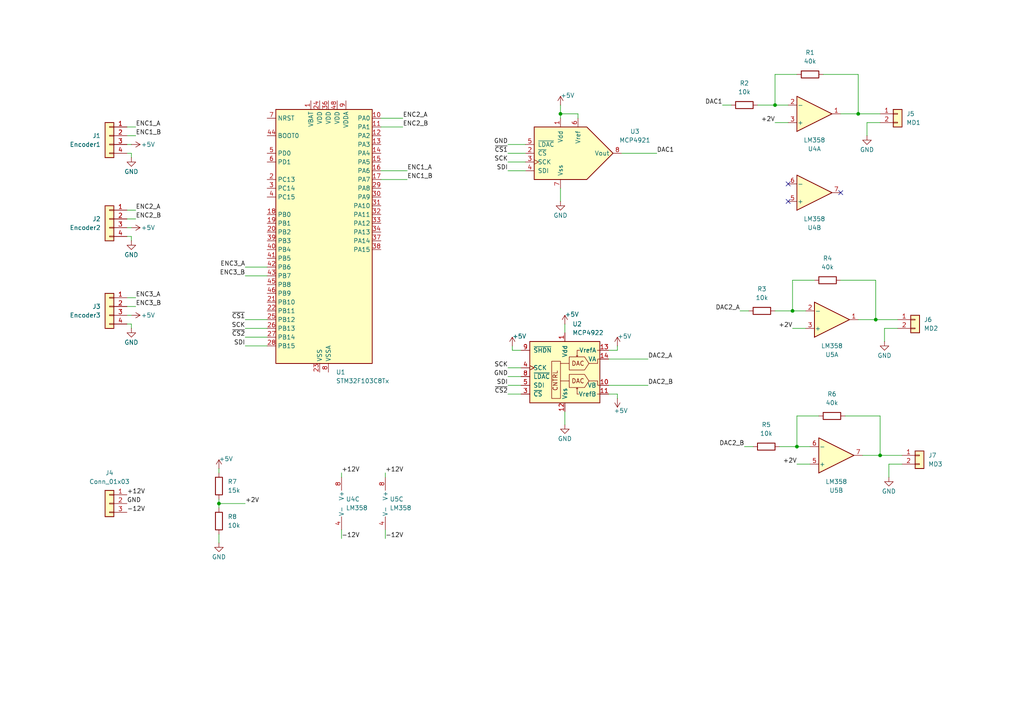
<source format=kicad_sch>
(kicad_sch (version 20231120) (generator "eeschema") (generator_version "8.0")
  (paper "A4")
  (title_block (title "Roman3D: Data Acquisation Card"))
  (lib_symbols
    (symbol "Amplifier_Operational:LM358" (pin_names (offset 0.127))
      (property "Reference" "U" (at 0 5.08 0))
      (property "Value" "LM358" (at 0 -5.08 0))
      (symbol "LM358_1_1"
        (polyline (pts (xy -5.08 5.08) (xy 5.08 0) (xy -5.08 -5.08) (xy -5.08 5.08)) (stroke (width 0.254)) (fill (type background)))
        (pin output line (at 7.62 0 180) (length 2.54) (name "~") (number "1"))
        (pin input line (at -7.62 -2.54 0) (length 2.54) (name "-") (number "2"))
        (pin input line (at -7.62 2.54 0) (length 2.54) (name "+") (number "3"))
      )
      (symbol "LM358_2_1"
        (polyline (pts (xy -5.08 5.08) (xy 5.08 0) (xy -5.08 -5.08) (xy -5.08 5.08)) (stroke (width 0.254)) (fill (type background)))
        (pin input line (at -7.62 2.54 0) (length 2.54) (name "+") (number "5"))
        (pin input line (at -7.62 -2.54 0) (length 2.54) (name "-") (number "6"))
        (pin output line (at 7.62 0 180) (length 2.54) (name "~") (number "7"))
      )
      (symbol "LM358_3_1"
        (pin power_in line (at -2.54 -7.62 90) (length 3.81) (name "V-") (number "4"))
        (pin power_in line (at -2.54 7.62 270) (length 3.81) (name "V+") (number "8"))
      )
    )
    (symbol "Analog_DAC:MCP4921" (pin_names (offset 1.016))
      (property "Reference" "U" (at 6.35 10.795 0))
      (property "Value" "MCP4921" (at 6.35 8.89 0))
      (symbol "MCP4921_0_0"
        (polyline (pts (xy 15.24 0) (xy 7.62 7.62) (xy -7.62 7.62) (xy -7.62 -7.62) (xy 7.62 -7.62) (xy 15.24 0)) (stroke (width 0.254)) (fill (type background)))
      )
      (symbol "MCP4921_1_1"
        (pin power_in line (at 0 10.16 270) (length 2.54) (name "Vdd") (number "1"))
        (pin input line (at -10.16 0 0) (length 2.54) (name "~{CS}") (number "2"))
        (pin input clock (at -10.16 -2.54 0) (length 2.54) (name "SCK") (number "3"))
        (pin input line (at -10.16 -5.08 0) (length 2.54) (name "SDI") (number "4"))
        (pin input line (at -10.16 2.54 0) (length 2.54) (name "~{LDAC}") (number "5"))
        (pin power_in line (at 5.08 10.16 270) (length 2.54) (name "Vref") (number "6"))
        (pin power_in line (at 0 -10.16 90) (length 2.54) (name "Vss") (number "7"))
        (pin output line (at 17.78 0 180) (length 2.54) (name "Vout") (number "8"))
      )
    )
    (symbol "Analog_DAC:MCP4922" (pin_names (offset 1.016))
      (property "Reference" "U" (at -1.905 10.795 0))
      (property "Value" "MCP4922" (at -1.905 8.89 0))
      (symbol "MCP4922_0_0"
        (polyline (pts (xy 3.556 -5.842) (xy 3.302 -6.096)))
        (polyline (pts (xy 3.556 -5.842) (xy 3.81 -6.096)))
        (polyline (pts (xy 3.556 3.302) (xy 3.302 3.556)))
        (polyline (pts (xy 3.556 3.302) (xy 3.81 3.556)))
        (polyline (pts (xy 10.16 -7.62) (xy 9.398 -7.62)))
        (polyline (pts (xy 10.16 5.08) (xy 9.398 5.08)))
        (polyline (pts (xy 4.064 -7.62) (xy 3.556 -7.62) (xy 3.556 -5.842)))
        (polyline (pts (xy 4.318 5.08) (xy 3.556 5.08) (xy 3.556 3.302)))
        (polyline (pts (xy 6.985 -3.81) (xy 9.525 -3.81) (xy 9.525 -5.08) (xy 10.16 -5.08)))
        (polyline (pts (xy 6.985 1.27) (xy 9.525 1.27) (xy 9.525 2.54) (xy 10.16 2.54)))
        (text "CNTRL" (at -2.032 -6.731 900) (effects (font (size 1.27 1.27)) (justify left bottom)))
        (text "DAC" (at 3.81 -3.81 0) (effects (font (size 1.27 1.27))))
        (text "DAC" (at 3.81 1.27 0) (effects (font (size 1.27 1.27))))
      )
      (symbol "MCP4922_0_1"
        (rectangle (start -10.16 7.62) (end 10.16 -10.16) (stroke (width 0.254)) (fill (type background)))
        (rectangle (start -1.27 -8.89) (end -3.81 1.905))
        (polyline (pts (xy 1.27 -3.81) (xy -1.27 -3.81)))
        (polyline (pts (xy 1.27 1.27) (xy -1.27 1.27)))
        (polyline (pts (xy 6.985 -3.81) (xy 5.715 -1.905) (xy 1.27 -1.905) (xy 1.27 -5.715) (xy 5.715 -5.715) (xy 6.985 -3.81)))
        (polyline (pts (xy 6.985 1.27) (xy 5.715 3.175) (xy 1.27 3.175) (xy 1.27 -0.635) (xy 5.715 -0.635) (xy 6.985 1.27)))
      )
      (symbol "MCP4922_1_1"
        (pin power_in line (at 0 10.16 270) (length 2.54) (name "Vdd") (number "1"))
        (pin output line (at 12.7 -5.08 180) (length 2.54) (name "VB") (number "10"))
        (pin input line (at 12.7 -7.62 180) (length 2.54) (name "VrefB") (number "11"))
        (pin power_in line (at 0 -12.7 90) (length 2.54) (name "Vss") (number "12"))
        (pin input line (at 12.7 5.08 180) (length 2.54) (name "VrefA") (number "13"))
        (pin output line (at 12.7 2.54 180) (length 2.54) (name "VA") (number "14"))
        (pin no_connect line (at -7.62 -10.16 90) (length 2.54) hide (name "NC") (number "2"))
        (pin input line (at -12.7 -7.62 0) (length 2.54) (name "~{CS}") (number "3"))
        (pin input clock (at -12.7 0 0) (length 2.54) (name "SCK") (number "4"))
        (pin input line (at -12.7 -5.08 0) (length 2.54) (name "SDI") (number "5"))
        (pin no_connect line (at -5.08 -10.16 90) (length 2.54) hide (name "NC") (number "6"))
        (pin no_connect line (at -2.54 -10.16 90) (length 2.54) hide (name "NC") (number "7"))
        (pin input line (at -12.7 -2.54 0) (length 2.54) (name "~{LDAC}") (number "8"))
        (pin output line (at -12.7 5.08 0) (length 2.54) (name "~{SHDN}") (number "9"))
      )
    )
    (symbol "Connector_Generic:Conn_01x02" (pin_names (offset 1.016) hide)
      (property "Reference" "J" (at 0 2.54 0))
      (property "Value" "Conn_01x02" (at 0 -5.08 0))
      (symbol "Conn_01x02_1_1"
        (rectangle (start -1.27 -2.413) (end 0 -2.667) (stroke (width 0.1524)))
        (rectangle (start -1.27 0.127) (end 0 -0.127) (stroke (width 0.1524)))
        (rectangle (start -1.27 1.27) (end 1.27 -3.81) (stroke (width 0.254)) (fill (type background)))
        (pin passive line (at -5.08 0 0) (length 3.81) (name "Pin_1") (number "1"))
        (pin passive line (at -5.08 -2.54 0) (length 3.81) (name "Pin_2") (number "2"))
      )
    )
    (symbol "Connector_Generic:Conn_01x03" (pin_names (offset 1.016) hide)
      (property "Reference" "J" (at 0 5.08 0))
      (property "Value" "Conn_01x03" (at 0 -5.08 0))
      (symbol "Conn_01x03_1_1"
        (rectangle (start -1.27 -2.413) (end 0 -2.667) (stroke (width 0.1524)))
        (rectangle (start -1.27 0.127) (end 0 -0.127) (stroke (width 0.1524)))
        (rectangle (start -1.27 2.667) (end 0 2.413) (stroke (width 0.1524)))
        (rectangle (start -1.27 3.81) (end 1.27 -3.81) (stroke (width 0.254)) (fill (type background)))
        (pin passive line (at -5.08 2.54 0) (length 3.81) (name "Pin_1") (number "1"))
        (pin passive line (at -5.08 0 0) (length 3.81) (name "Pin_2") (number "2"))
        (pin passive line (at -5.08 -2.54 0) (length 3.81) (name "Pin_3") (number "3"))
      )
    )
    (symbol "Connector_Generic:Conn_01x04" (pin_names (offset 1.016) hide)
      (property "Reference" "J" (at 0 5.08 0))
      (property "Value" "Conn_01x04" (at 0 -7.62 0))
      (symbol "Conn_01x04_1_1"
        (rectangle (start -1.27 -4.953) (end 0 -5.207) (stroke (width 0.1524)))
        (rectangle (start -1.27 -2.413) (end 0 -2.667) (stroke (width 0.1524)))
        (rectangle (start -1.27 0.127) (end 0 -0.127) (stroke (width 0.1524)))
        (rectangle (start -1.27 2.667) (end 0 2.413) (stroke (width 0.1524)))
        (rectangle (start -1.27 3.81) (end 1.27 -6.35) (stroke (width 0.254)) (fill (type background)))
        (pin passive line (at -5.08 2.54 0) (length 3.81) (name "Pin_1") (number "1"))
        (pin passive line (at -5.08 0 0) (length 3.81) (name "Pin_2") (number "2"))
        (pin passive line (at -5.08 -2.54 0) (length 3.81) (name "Pin_3") (number "3"))
        (pin passive line (at -5.08 -5.08 0) (length 3.81) (name "Pin_4") (number "4"))
      )
    )
    (symbol "Device:R" (pin_numbers hide) (pin_names (offset 0))
      (property "Reference" "R" (at 2.032 0 90))
      (property "Value" "R" (at 0 0 90))
      (symbol "R_0_1"
        (rectangle (start -1.016 -2.54) (end 1.016 2.54) (stroke (width 0.254)))
      )
      (symbol "R_1_1"
        (pin passive line (at 0 3.81 270) (length 1.27) (name "~") (number "1"))
        (pin passive line (at 0 -3.81 90) (length 1.27) (name "~") (number "2"))
      )
    )
    (symbol "MCU_ST_STM32F1:STM32F103C8Tx"
      (property "Reference" "U" (at -12.7 39.37 0))
      (property "Value" "STM32F103C8Tx" (at 10.16 39.37 0))
      (symbol "STM32F103C8Tx_0_1"
        (rectangle (start -12.7 -35.56) (end 15.24 38.1) (stroke (width 0.254)) (fill (type background)))
      )
      (symbol "STM32F103C8Tx_1_1"
        (pin power_in line (at -2.54 40.64 270) (length 2.54) (name "VBAT") (number "1"))
        (pin bidirectional line (at 17.78 35.56 180) (length 2.54) (name "PA0") (number "10"))
        (pin bidirectional line (at 17.78 33.02 180) (length 2.54) (name "PA1") (number "11"))
        (pin bidirectional line (at 17.78 30.48 180) (length 2.54) (name "PA2") (number "12"))
        (pin bidirectional line (at 17.78 27.94 180) (length 2.54) (name "PA3") (number "13"))
        (pin bidirectional line (at 17.78 25.4 180) (length 2.54) (name "PA4") (number "14"))
        (pin bidirectional line (at 17.78 22.86 180) (length 2.54) (name "PA5") (number "15"))
        (pin bidirectional line (at 17.78 20.32 180) (length 2.54) (name "PA6") (number "16"))
        (pin bidirectional line (at 17.78 17.78 180) (length 2.54) (name "PA7") (number "17"))
        (pin bidirectional line (at -15.24 7.62 0) (length 2.54) (name "PB0") (number "18"))
        (pin bidirectional line (at -15.24 5.08 0) (length 2.54) (name "PB1") (number "19"))
        (pin bidirectional line (at -15.24 17.78 0) (length 2.54) (name "PC13") (number "2"))
        (pin bidirectional line (at -15.24 2.54 0) (length 2.54) (name "PB2") (number "20"))
        (pin bidirectional line (at -15.24 -17.78 0) (length 2.54) (name "PB10") (number "21"))
        (pin bidirectional line (at -15.24 -20.32 0) (length 2.54) (name "PB11") (number "22"))
        (pin power_in line (at 0 -38.1 90) (length 2.54) (name "VSS") (number "23"))
        (pin power_in line (at 0 40.64 270) (length 2.54) (name "VDD") (number "24"))
        (pin bidirectional line (at -15.24 -22.86 0) (length 2.54) (name "PB12") (number "25"))
        (pin bidirectional line (at -15.24 -25.4 0) (length 2.54) (name "PB13") (number "26"))
        (pin bidirectional line (at -15.24 -27.94 0) (length 2.54) (name "PB14") (number "27"))
        (pin bidirectional line (at -15.24 -30.48 0) (length 2.54) (name "PB15") (number "28"))
        (pin bidirectional line (at 17.78 15.24 180) (length 2.54) (name "PA8") (number "29"))
        (pin bidirectional line (at -15.24 15.24 0) (length 2.54) (name "PC14") (number "3"))
        (pin bidirectional line (at 17.78 12.7 180) (length 2.54) (name "PA9") (number "30"))
        (pin bidirectional line (at 17.78 10.16 180) (length 2.54) (name "PA10") (number "31"))
        (pin bidirectional line (at 17.78 7.62 180) (length 2.54) (name "PA11") (number "32"))
        (pin bidirectional line (at 17.78 5.08 180) (length 2.54) (name "PA12") (number "33"))
        (pin bidirectional line (at 17.78 2.54 180) (length 2.54) (name "PA13") (number "34"))
        (pin passive line (at 0 -38.1 90) (length 2.54) hide (name "VSS") (number "35"))
        (pin power_in line (at 2.54 40.64 270) (length 2.54) (name "VDD") (number "36"))
        (pin bidirectional line (at 17.78 0 180) (length 2.54) (name "PA14") (number "37"))
        (pin bidirectional line (at 17.78 -2.54 180) (length 2.54) (name "PA15") (number "38"))
        (pin bidirectional line (at -15.24 0 0) (length 2.54) (name "PB3") (number "39"))
        (pin bidirectional line (at -15.24 12.7 0) (length 2.54) (name "PC15") (number "4"))
        (pin bidirectional line (at -15.24 -2.54 0) (length 2.54) (name "PB4") (number "40"))
        (pin bidirectional line (at -15.24 -5.08 0) (length 2.54) (name "PB5") (number "41"))
        (pin bidirectional line (at -15.24 -7.62 0) (length 2.54) (name "PB6") (number "42"))
        (pin bidirectional line (at -15.24 -10.16 0) (length 2.54) (name "PB7") (number "43"))
        (pin input line (at -15.24 30.48 0) (length 2.54) (name "BOOT0") (number "44"))
        (pin bidirectional line (at -15.24 -12.7 0) (length 2.54) (name "PB8") (number "45"))
        (pin bidirectional line (at -15.24 -15.24 0) (length 2.54) (name "PB9") (number "46"))
        (pin passive line (at 0 -38.1 90) (length 2.54) hide (name "VSS") (number "47"))
        (pin power_in line (at 5.08 40.64 270) (length 2.54) (name "VDD") (number "48"))
        (pin bidirectional line (at -15.24 25.4 0) (length 2.54) (name "PD0") (number "5"))
        (pin bidirectional line (at -15.24 22.86 0) (length 2.54) (name "PD1") (number "6"))
        (pin input line (at -15.24 35.56 0) (length 2.54) (name "NRST") (number "7"))
        (pin power_in line (at 2.54 -38.1 90) (length 2.54) (name "VSSA") (number "8"))
        (pin power_in line (at 7.62 40.64 270) (length 2.54) (name "VDDA") (number "9"))
      )
    )
    (symbol "power:+5V" (power) (pin_numbers hide) (pin_names (offset 0) hide)
      (property "Value" "+5V" (at 0 3.556 0))
      (symbol "+5V_0_1"
        (polyline (pts (xy -0.762 1.27) (xy 0 2.54)))
        (polyline (pts (xy 0 0) (xy 0 2.54)))
        (polyline (pts (xy 0 2.54) (xy 0.762 1.27)))
      )
      (symbol "+5V_1_1"
        (pin power_in line (at 0 0 90) (length 0) (name "~") (number "1"))
      )
    )
    (symbol "power:GND" (power) (pin_numbers hide) (pin_names (offset 0) hide)
      (property "Value" "GND" (at 0 -3.81 0))
      (symbol "GND_0_1"
        (polyline (pts (xy 0 0) (xy 0 -1.27) (xy 1.27 -1.27) (xy 0 -2.54) (xy -1.27 -1.27) (xy 0 -1.27)))
      )
      (symbol "GND_1_1"
        (pin power_in line (at 0 0 270) (length 0) (name "~") (number "1"))
      )
    )
  )
  (junction (at 254 92.71))
  (junction (at 63.5 146.05))
  (junction (at 248.92 33.02))
  (junction (at 255.27 132.08))
  (junction (at 231.14 129.54))
  (junction (at 229.87 90.17))
  (junction (at 162.56 33.02))
  (junction (at 224.79 30.48))
  (no_connect (at 243.84 55.88))
  (no_connect (at 228.6 53.34))
  (no_connect (at 228.6 58.42))
  (wire (pts (xy 99.06 137.16) (xy 99.06 138.43)))
  (wire (pts (xy 71.12 97.79) (xy 77.47 97.79)))
  (wire (pts (xy 254 92.71) (xy 260.35 92.71)))
  (wire (pts (xy 238.76 21.59) (xy 248.92 21.59)))
  (wire (pts (xy 71.12 100.33) (xy 77.47 100.33)))
  (wire (pts (xy 226.06 129.54) (xy 231.14 129.54)))
  (wire (pts (xy 147.32 49.53) (xy 152.4 49.53)))
  (wire (pts (xy 63.5 144.78) (xy 63.5 146.05)))
  (wire (pts (xy 36.83 44.45) (xy 38.1 44.45)))
  (wire (pts (xy 167.64 34.29) (xy 167.64 33.02)))
  (wire (pts (xy 71.12 92.71) (xy 77.47 92.71)))
  (wire (pts (xy 243.84 81.28) (xy 254 81.28)))
  (wire (pts (xy 231.14 21.59) (xy 224.79 21.59)))
  (wire (pts (xy 99.06 156.21) (xy 99.06 153.67)))
  (wire (pts (xy 162.56 33.02) (xy 162.56 34.29)))
  (wire (pts (xy 224.79 90.17) (xy 229.87 90.17)))
  (wire (pts (xy 148.59 100.33) (xy 148.59 101.6)))
  (wire (pts (xy 179.07 114.3) (xy 179.07 115.57)))
  (wire (pts (xy 224.79 30.48) (xy 228.6 30.48)))
  (wire (pts (xy 71.12 146.05) (xy 63.5 146.05)))
  (wire (pts (xy 36.83 63.5) (xy 39.37 63.5)))
  (wire (pts (xy 116.84 34.29) (xy 110.49 34.29)))
  (wire (pts (xy 254 81.28) (xy 254 92.71)))
  (wire (pts (xy 257.81 138.43) (xy 257.81 134.62)))
  (wire (pts (xy 255.27 132.08) (xy 250.19 132.08)))
  (wire (pts (xy 110.49 36.83) (xy 116.84 36.83)))
  (wire (pts (xy 39.37 36.83) (xy 36.83 36.83)))
  (wire (pts (xy 147.32 114.3) (xy 151.13 114.3)))
  (wire (pts (xy 224.79 35.56) (xy 228.6 35.56)))
  (wire (pts (xy 215.9 129.54) (xy 218.44 129.54)))
  (wire (pts (xy 36.83 91.44) (xy 38.1 91.44)))
  (wire (pts (xy 39.37 86.36) (xy 36.83 86.36)))
  (wire (pts (xy 111.76 156.21) (xy 111.76 153.67)))
  (wire (pts (xy 256.54 99.06) (xy 256.54 95.25)))
  (wire (pts (xy 163.83 119.38) (xy 163.83 123.19)))
  (wire (pts (xy 77.47 80.01) (xy 71.12 80.01)))
  (wire (pts (xy 110.49 49.53) (xy 118.11 49.53)))
  (wire (pts (xy 38.1 95.25) (xy 38.1 93.98)))
  (wire (pts (xy 38.1 45.72) (xy 38.1 44.45)))
  (wire (pts (xy 229.87 95.25) (xy 233.68 95.25)))
  (wire (pts (xy 147.32 41.91) (xy 152.4 41.91)))
  (wire (pts (xy 110.49 52.07) (xy 118.11 52.07)))
  (wire (pts (xy 179.07 100.33) (xy 179.07 101.6)))
  (wire (pts (xy 147.32 106.68) (xy 151.13 106.68)))
  (wire (pts (xy 231.14 129.54) (xy 234.95 129.54)))
  (wire (pts (xy 147.32 109.22) (xy 151.13 109.22)))
  (wire (pts (xy 36.83 93.98) (xy 38.1 93.98)))
  (wire (pts (xy 36.83 68.58) (xy 38.1 68.58)))
  (wire (pts (xy 111.76 137.16) (xy 111.76 138.43)))
  (wire (pts (xy 248.92 33.02) (xy 255.27 33.02)))
  (wire (pts (xy 187.96 104.14) (xy 176.53 104.14)))
  (wire (pts (xy 179.07 101.6) (xy 176.53 101.6)))
  (wire (pts (xy 231.14 134.62) (xy 234.95 134.62)))
  (wire (pts (xy 187.96 111.76) (xy 176.53 111.76)))
  (wire (pts (xy 63.5 135.89) (xy 63.5 137.16)))
  (wire (pts (xy 254 92.71) (xy 248.92 92.71)))
  (wire (pts (xy 257.81 134.62) (xy 261.62 134.62)))
  (wire (pts (xy 245.11 120.65) (xy 255.27 120.65)))
  (wire (pts (xy 162.56 30.48) (xy 162.56 33.02)))
  (wire (pts (xy 63.5 154.94) (xy 63.5 157.48)))
  (wire (pts (xy 147.32 46.99) (xy 152.4 46.99)))
  (wire (pts (xy 36.83 39.37) (xy 39.37 39.37)))
  (wire (pts (xy 209.55 30.48) (xy 212.09 30.48)))
  (wire (pts (xy 229.87 81.28) (xy 229.87 90.17)))
  (wire (pts (xy 176.53 114.3) (xy 179.07 114.3)))
  (wire (pts (xy 38.1 69.85) (xy 38.1 68.58)))
  (wire (pts (xy 248.92 33.02) (xy 243.84 33.02)))
  (wire (pts (xy 224.79 21.59) (xy 224.79 30.48)))
  (wire (pts (xy 148.59 101.6) (xy 151.13 101.6)))
  (wire (pts (xy 231.14 120.65) (xy 231.14 129.54)))
  (wire (pts (xy 229.87 90.17) (xy 233.68 90.17)))
  (wire (pts (xy 255.27 120.65) (xy 255.27 132.08)))
  (wire (pts (xy 248.92 21.59) (xy 248.92 33.02)))
  (wire (pts (xy 256.54 95.25) (xy 260.35 95.25)))
  (wire (pts (xy 190.5 44.45) (xy 180.34 44.45)))
  (wire (pts (xy 36.83 88.9) (xy 39.37 88.9)))
  (wire (pts (xy 236.22 81.28) (xy 229.87 81.28)))
  (wire (pts (xy 219.71 30.48) (xy 224.79 30.48)))
  (wire (pts (xy 237.49 120.65) (xy 231.14 120.65)))
  (wire (pts (xy 163.83 93.98) (xy 163.83 96.52)))
  (wire (pts (xy 255.27 132.08) (xy 261.62 132.08)))
  (wire (pts (xy 36.83 66.04) (xy 38.1 66.04)))
  (wire (pts (xy 63.5 146.05) (xy 63.5 147.32)))
  (wire (pts (xy 147.32 44.45) (xy 152.4 44.45)))
  (wire (pts (xy 71.12 95.25) (xy 77.47 95.25)))
  (wire (pts (xy 71.12 77.47) (xy 77.47 77.47)))
  (wire (pts (xy 39.37 60.96) (xy 36.83 60.96)))
  (wire (pts (xy 36.83 41.91) (xy 38.1 41.91)))
  (wire (pts (xy 214.63 90.17) (xy 217.17 90.17)))
  (wire (pts (xy 162.56 33.02) (xy 167.64 33.02)))
  (wire (pts (xy 147.32 111.76) (xy 151.13 111.76)))
  (wire (pts (xy 251.46 35.56) (xy 255.27 35.56)))
  (wire (pts (xy 251.46 39.37) (xy 251.46 35.56)))
  (wire (pts (xy 162.56 54.61) (xy 162.56 58.42)))
  (label "DAC2_A" (at 187.96 104.14 0))
  (label "~{CS1}" (at 147.32 44.45 180))
  (label "-12V" (at 36.83 148.59 0))
  (label "~{CS1}" (at 71.12 92.71 180))
  (label "+2V" (at 231.14 134.62 180))
  (label "+12V" (at 111.76 137.16 0))
  (label "ENC3_B" (at 71.12 80.01 180))
  (label "+2V" (at 224.79 35.56 180))
  (label "ENC3_A" (at 71.12 77.47 180))
  (label "ENC1_B" (at 39.37 39.37 0))
  (label "SCK" (at 71.12 95.25 180))
  (label "~{CS2}" (at 147.32 114.3 180))
  (label "ENC2_A" (at 116.84 34.29 0))
  (label "+12V" (at 36.83 143.51 0))
  (label "~{CS2}" (at 71.12 97.79 180))
  (label "+2V" (at 71.12 146.05 0))
  (label "SDI" (at 147.32 49.53 180))
  (label "ENC2_A" (at 39.37 60.96 0))
  (label "SDI" (at 147.32 111.76 180))
  (label "DAC2_B" (at 215.9 129.54 180))
  (label "+12V" (at 99.06 137.16 0))
  (label "SCK" (at 147.32 106.68 180))
  (label "ENC2_B" (at 116.84 36.83 0))
  (label "ENC3_B" (at 39.37 88.9 0))
  (label "GND" (at 147.32 41.91 180))
  (label "DAC1" (at 190.5 44.45 0))
  (label "GND" (at 36.83 146.05 0))
  (label "ENC2_B" (at 39.37 63.5 0))
  (label "ENC1_B" (at 118.11 52.07 0))
  (label "ENC1_A" (at 39.37 36.83 0))
  (label "SDI" (at 71.12 100.33 180))
  (label "DAC2_B" (at 187.96 111.76 0))
  (label "-12V" (at 99.06 156.21 0))
  (label "ENC3_A" (at 39.37 86.36 0))
  (label "SCK" (at 147.32 46.99 180))
  (label "DAC2_A" (at 214.63 90.17 180))
  (label "DAC1" (at 209.55 30.48 180))
  (label "-12V" (at 111.76 156.21 0))
  (label "+2V" (at 229.87 95.25 180))
  (label "ENC1_A" (at 118.11 49.53 0))
  (label "GND" (at 147.32 109.22 180))
  (symbol (lib_id "power:GND") (at 256.54 99.06 0) (unit 1)
    (property "Reference" "#PWR016" (effects (hide yes)))
    (property "Value" "GND" (at 256.54 103.124 0))
    (property "Description" "Power symbol creates a global label with name \"GND\" , ground" (effects (hide yes)))
  )
  (symbol (lib_id "Connector_Generic:Conn_01x04") (at 31.75 63.5 0) (mirror y) (unit 1)
    (property "Reference" "J2" (at 29.21 63.4999 0) (effects (justify left)))
    (property "Value" "Encoder2" (at 29.21 66.0399 0) (effects (justify left)))
    (property "Description" "Generic connector, single row, 01x04, script generated (kicad-library-utils/schlib/autogen/connector/)" (effects (hide yes)))
  )
  (symbol (lib_id "power:GND") (at 257.81 138.43 0) (unit 1)
    (property "Reference" "#PWR017" (effects (hide yes)))
    (property "Value" "GND" (at 257.81 142.494 0))
    (property "Description" "Power symbol creates a global label with name \"GND\" , ground" (effects (hide yes)))
  )
  (symbol (lib_id "Device:R") (at 215.9 30.48 90) (unit 1)
    (property "Reference" "R2" (at 215.9 24.13 90))
    (property "Value" "10k" (at 215.9 26.67 90))
    (property "Description" "Resistor" (effects (hide yes)))
  )
  (symbol (lib_id "power:+5V") (at 38.1 41.91 270) (unit 1)
    (property "Reference" "#PWR02" (effects (hide yes)))
    (property "Value" "+5V" (at 40.894 41.91 90) (effects (justify left)))
    (property "Description" "Power symbol creates a global label with name \"+5V\"" (effects (hide yes)))
  )
  (symbol (lib_id "power:+5V") (at 179.07 100.33 0) (unit 1)
    (property "Reference" "#PWR013" (effects (hide yes)))
    (property "Value" "+5V" (at 179.07 97.536 0) (effects (justify left)))
    (property "Description" "Power symbol creates a global label with name \"+5V\"" (effects (hide yes)))
  )
  (symbol (lib_id "power:+5V") (at 63.5 135.89 0) (unit 1)
    (property "Reference" "#PWR019" (effects (hide yes)))
    (property "Value" "+5V" (at 63.5 133.096 0) (effects (justify left)))
    (property "Description" "Power symbol creates a global label with name \"+5V\"" (effects (hide yes)))
  )
  (symbol (lib_id "Connector_Generic:Conn_01x02") (at 265.43 92.71 0) (unit 1)
    (property "Reference" "J6" (at 267.97 92.7099 0) (effects (justify left)))
    (property "Value" "MD2" (at 267.97 95.2499 0) (effects (justify left)))
    (property "Description" "Generic connector, single row, 01x02, script generated (kicad-library-utils/schlib/autogen/connector/)" (effects (hide yes)))
  )
  (symbol (lib_id "Analog_DAC:MCP4921") (at 162.56 44.45 0) (unit 1)
    (property "Reference" "U3" (at 184.15 38.1314 0))
    (property "Value" "MCP4921" (at 184.15 40.6714 0))
    (property "Datasheet" "http://ww1.microchip.com/downloads/en/DeviceDoc/22248a.pdf" (effects (hide yes)))
    (property "Description" "12-Bit D/A Converters with SPI Interface" (effects (hide yes)))
  )
  (symbol (lib_id "Connector_Generic:Conn_01x04") (at 31.75 88.9 0) (mirror y) (unit 1)
    (property "Reference" "J3" (at 29.21 88.8999 0) (effects (justify left)))
    (property "Value" "Encoder3" (at 29.21 91.4399 0) (effects (justify left)))
    (property "Description" "Generic connector, single row, 01x04, script generated (kicad-library-utils/schlib/autogen/connector/)" (effects (hide yes)))
  )
  (symbol (lib_id "power:+5V") (at 38.1 91.44 270) (unit 1)
    (property "Reference" "#PWR05" (effects (hide yes)))
    (property "Value" "+5V" (at 40.894 91.44 90) (effects (justify left)))
    (property "Description" "Power symbol creates a global label with name \"+5V\"" (effects (hide yes)))
  )
  (symbol (lib_id "Analog_DAC:MCP4922") (at 163.83 106.68 0) (unit 1)
    (property "Reference" "U2" (at 166.0241 93.98 0) (effects (justify left)))
    (property "Value" "MCP4922" (at 166.0241 96.52 0) (effects (justify left)))
    (property "Datasheet" "http://ww1.microchip.com/downloads/en/DeviceDoc/22250A.pdf" (effects (hide yes)))
    (property "Description" "2-Channel 12-Bit D/A Converters with SPI Interface" (effects (hide yes)))
  )
  (symbol (lib_id "power:GND") (at 38.1 45.72 0) (unit 1)
    (property "Reference" "#PWR01" (effects (hide yes)))
    (property "Value" "GND" (at 38.1 49.784 0))
    (property "Description" "Power symbol creates a global label with name \"GND\" , ground" (effects (hide yes)))
  )
  (symbol (lib_id "power:+5V") (at 162.56 30.48 0) (unit 1)
    (property "Reference" "#PWR011" (effects (hide yes)))
    (property "Value" "+5V" (at 162.56 27.686 0) (effects (justify left)))
    (property "Description" "Power symbol creates a global label with name \"+5V\"" (effects (hide yes)))
  )
  (symbol (lib_id "Device:R") (at 234.95 21.59 90) (unit 1)
    (property "Reference" "R1" (at 234.95 15.24 90))
    (property "Value" "40k" (at 234.95 17.78 90))
    (property "Description" "Resistor" (effects (hide yes)))
  )
  (symbol (lib_id "power:+5V") (at 148.59 100.33 0) (unit 1)
    (property "Reference" "#PWR012" (effects (hide yes)))
    (property "Value" "+5V" (at 148.59 97.536 0) (effects (justify left)))
    (property "Description" "Power symbol creates a global label with name \"+5V\"" (effects (hide yes)))
  )
  (symbol (lib_id "Connector_Generic:Conn_01x02") (at 260.35 33.02 0) (unit 1)
    (property "Reference" "J5" (at 262.89 33.0199 0) (effects (justify left)))
    (property "Value" "MD1" (at 262.89 35.5599 0) (effects (justify left)))
    (property "Description" "Generic connector, single row, 01x02, script generated (kicad-library-utils/schlib/autogen/connector/)" (effects (hide yes)))
  )
  (symbol (lib_id "Connector_Generic:Conn_01x02") (at 266.7 132.08 0) (unit 1)
    (property "Reference" "J7" (at 269.24 132.0799 0) (effects (justify left)))
    (property "Value" "MD3" (at 269.24 134.6199 0) (effects (justify left)))
    (property "Description" "Generic connector, single row, 01x02, script generated (kicad-library-utils/schlib/autogen/connector/)" (effects (hide yes)))
  )
  (symbol (lib_id "Device:R") (at 240.03 81.28 90) (unit 1)
    (property "Reference" "R4" (at 240.03 74.93 90))
    (property "Value" "40k" (at 240.03 77.47 90))
    (property "Description" "Resistor" (effects (hide yes)))
  )
  (symbol (lib_id "power:+5V") (at 38.1 66.04 270) (unit 1)
    (property "Reference" "#PWR03" (effects (hide yes)))
    (property "Value" "+5V" (at 40.894 66.04 90) (effects (justify left)))
    (property "Description" "Power symbol creates a global label with name \"+5V\"" (effects (hide yes)))
  )
  (symbol (lib_id "Device:R") (at 63.5 140.97 0) (unit 1)
    (property "Reference" "R7" (at 66.04 139.6999 0) (effects (justify left)))
    (property "Value" "15k" (at 66.04 142.2399 0) (effects (justify left)))
    (property "Description" "Resistor" (effects (hide yes)))
  )
  (symbol (lib_id "power:+5V") (at 163.83 93.98 0) (unit 1)
    (property "Reference" "#PWR010" (effects (hide yes)))
    (property "Value" "+5V" (at 163.83 91.186 0) (effects (justify left)))
    (property "Description" "Power symbol creates a global label with name \"+5V\"" (effects (hide yes)))
  )
  (symbol (lib_id "Amplifier_Operational:LM358") (at 114.3 146.05 0) (unit 3)
    (property "Reference" "U5" (at 113.03 144.7799 0) (effects (justify left)))
    (property "Value" "LM358" (at 113.03 147.3199 0) (effects (justify left)))
    (property "Datasheet" "http://www.ti.com/lit/ds/symlink/lm2904-n.pdf" (effects (hide yes)))
    (property "Description" "Low-Power, Dual Operational Amplifiers, DIP-8/SOIC-8/TO-99-8" (effects (hide yes)))
  )
  (symbol (lib_id "power:GND") (at 38.1 69.85 0) (unit 1)
    (property "Reference" "#PWR04" (effects (hide yes)))
    (property "Value" "GND" (at 38.1 73.914 0))
    (property "Description" "Power symbol creates a global label with name \"GND\" , ground" (effects (hide yes)))
  )
  (symbol (lib_id "power:GND") (at 63.5 157.48 0) (unit 1)
    (property "Reference" "#PWR018" (effects (hide yes)))
    (property "Value" "GND" (at 63.5 161.544 0))
    (property "Description" "Power symbol creates a global label with name \"GND\" , ground" (effects (hide yes)))
  )
  (symbol (lib_id "Device:R") (at 63.5 151.13 0) (unit 1)
    (property "Reference" "R8" (at 66.04 149.8599 0) (effects (justify left)))
    (property "Value" "10k" (at 66.04 152.3999 0) (effects (justify left)))
    (property "Description" "Resistor" (effects (hide yes)))
  )
  (symbol (lib_id "Amplifier_Operational:LM358") (at 236.22 55.88 0) (mirror x) (unit 2)
    (property "Reference" "U4" (at 236.22 66.04 0))
    (property "Value" "LM358" (at 236.22 63.5 0))
    (property "Datasheet" "http://www.ti.com/lit/ds/symlink/lm2904-n.pdf" (effects (hide yes)))
    (property "Description" "Low-Power, Dual Operational Amplifiers, DIP-8/SOIC-8/TO-99-8" (effects (hide yes)))
  )
  (symbol (lib_id "Connector_Generic:Conn_01x03") (at 31.75 146.05 0) (mirror y) (unit 1)
    (property "Reference" "J4" (at 31.75 137.16 0))
    (property "Value" "Conn_01x03" (at 31.75 139.7 0))
    (property "Description" "Generic connector, single row, 01x03, script generated (kicad-library-utils/schlib/autogen/connector/)" (effects (hide yes)))
  )
  (symbol (lib_id "Device:R") (at 222.25 129.54 90) (unit 1)
    (property "Reference" "R5" (at 222.25 123.19 90))
    (property "Value" "10k" (at 222.25 125.73 90))
    (property "Description" "Resistor" (effects (hide yes)))
  )
  (symbol (lib_id "Connector_Generic:Conn_01x04") (at 31.75 39.37 0) (mirror y) (unit 1)
    (property "Reference" "J1" (at 29.21 39.3699 0) (effects (justify left)))
    (property "Value" "Encoder1" (at 29.21 41.9099 0) (effects (justify left)))
    (property "Description" "Generic connector, single row, 01x04, script generated (kicad-library-utils/schlib/autogen/connector/)" (effects (hide yes)))
  )
  (symbol (lib_id "Device:R") (at 220.98 90.17 90) (unit 1)
    (property "Reference" "R3" (at 220.98 83.82 90))
    (property "Value" "10k" (at 220.98 86.36 90))
    (property "Description" "Resistor" (effects (hide yes)))
  )
  (symbol (lib_id "Amplifier_Operational:LM358") (at 242.57 132.08 0) (mirror x) (unit 2)
    (property "Reference" "U5" (at 242.57 142.24 0))
    (property "Value" "LM358" (at 242.57 139.7 0))
    (property "Datasheet" "http://www.ti.com/lit/ds/symlink/lm2904-n.pdf" (effects (hide yes)))
    (property "Description" "Low-Power, Dual Operational Amplifiers, DIP-8/SOIC-8/TO-99-8" (effects (hide yes)))
  )
  (symbol (lib_id "MCU_ST_STM32F1:STM32F103C8Tx") (at 92.71 69.85 0) (unit 1)
    (property "Reference" "U1" (at 97.4441 107.95 0) (effects (justify left)))
    (property "Value" "STM32F103C8Tx" (at 97.4441 110.49 0) (effects (justify left)))
    (property "Footprint" "Package_QFP:LQFP-48_7x7mm_P0.5mm" (effects (hide yes)))
    (property "Datasheet" "https://www.st.com/resource/en/datasheet/stm32f103c8.pdf" (effects (hide yes)))
    (property "Description" "STMicroelectronics Arm Cortex-M3 MCU, 64KB flash, 20KB RAM, 72 MHz, 2.0-3.6V, 37 GPIO, LQFP48" (effects (hide yes)))
  )
  (symbol (lib_id "Amplifier_Operational:LM358") (at 236.22 33.02 0) (mirror x) (unit 1)
    (property "Reference" "U4" (at 236.22 43.18 0))
    (property "Value" "LM358" (at 236.22 40.64 0))
    (property "Datasheet" "http://www.ti.com/lit/ds/symlink/lm2904-n.pdf" (effects (hide yes)))
    (property "Description" "Low-Power, Dual Operational Amplifiers, DIP-8/SOIC-8/TO-99-8" (effects (hide yes)))
  )
  (symbol (lib_id "power:GND") (at 163.83 123.19 0) (unit 1)
    (property "Reference" "#PWR08" (effects (hide yes)))
    (property "Value" "GND" (at 163.83 127.254 0))
    (property "Description" "Power symbol creates a global label with name \"GND\" , ground" (effects (hide yes)))
  )
  (symbol (lib_id "power:GND") (at 38.1 95.25 0) (unit 1)
    (property "Reference" "#PWR06" (effects (hide yes)))
    (property "Value" "GND" (at 38.1 99.314 0))
    (property "Description" "Power symbol creates a global label with name \"GND\" , ground" (effects (hide yes)))
  )
  (symbol (lib_id "Device:R") (at 241.3 120.65 90) (unit 1)
    (property "Reference" "R6" (at 241.3 114.3 90))
    (property "Value" "40k" (at 241.3 116.84 90))
    (property "Description" "Resistor" (effects (hide yes)))
  )
  (symbol (lib_id "power:+5V") (at 179.07 115.57 180) (unit 1)
    (property "Reference" "#PWR014" (effects (hide yes)))
    (property "Value" "+5V" (at 182.118 119.126 0) (effects (justify left)))
    (property "Description" "Power symbol creates a global label with name \"+5V\"" (effects (hide yes)))
  )
  (symbol (lib_id "Amplifier_Operational:LM358") (at 241.3 92.71 0) (mirror x) (unit 1)
    (property "Reference" "U5" (at 241.3 102.87 0))
    (property "Value" "LM358" (at 241.3 100.33 0))
    (property "Datasheet" "http://www.ti.com/lit/ds/symlink/lm2904-n.pdf" (effects (hide yes)))
    (property "Description" "Low-Power, Dual Operational Amplifiers, DIP-8/SOIC-8/TO-99-8" (effects (hide yes)))
  )
  (symbol (lib_id "Amplifier_Operational:LM358") (at 101.6 146.05 0) (unit 3)
    (property "Reference" "U4" (at 100.33 144.7799 0) (effects (justify left)))
    (property "Value" "LM358" (at 100.33 147.3199 0) (effects (justify left)))
    (property "Datasheet" "http://www.ti.com/lit/ds/symlink/lm2904-n.pdf" (effects (hide yes)))
    (property "Description" "Low-Power, Dual Operational Amplifiers, DIP-8/SOIC-8/TO-99-8" (effects (hide yes)))
  )
  (symbol (lib_id "power:GND") (at 251.46 39.37 0) (unit 1)
    (property "Reference" "#PWR015" (effects (hide yes)))
    (property "Value" "GND" (at 251.46 43.434 0))
    (property "Description" "Power symbol creates a global label with name \"GND\" , ground" (effects (hide yes)))
  )
  (symbol (lib_id "power:GND") (at 162.56 58.42 0) (unit 1)
    (property "Reference" "#PWR09" (effects (hide yes)))
    (property "Value" "GND" (at 162.56 62.484 0))
    (property "Description" "Power symbol creates a global label with name \"GND\" , ground" (effects (hide yes)))
  )
)
</source>
